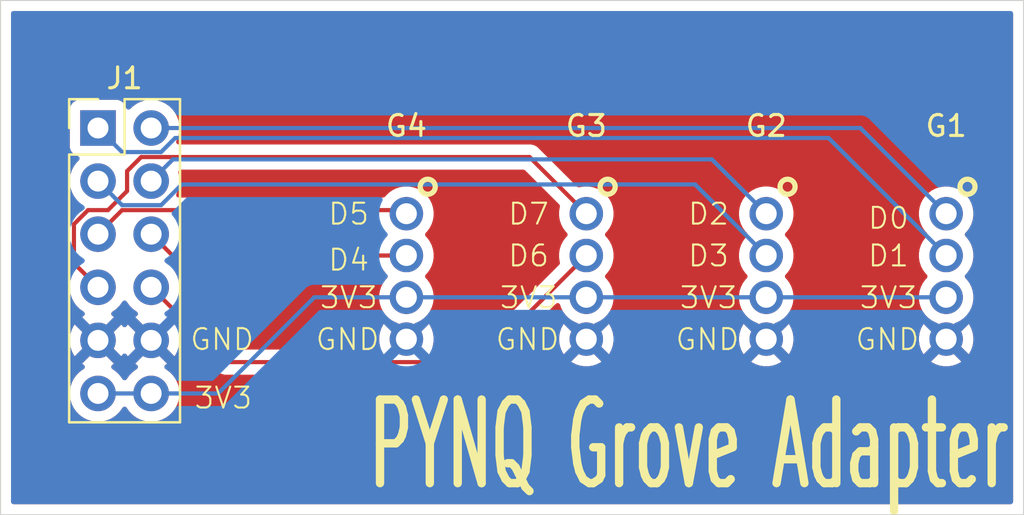
<source format=kicad_pcb>
(kicad_pcb (version 20241229) (generator "pcbnew") (generator_version "9.0")
  (layers (0 "F.Cu" signal) (2 "B.Cu" signal) (13 "F.Paste" user) (15 "B.Paste" user) (5 "F.SilkS" user "F.Silkscreen") (7 "B.SilkS" user "B.Silkscreen") (1 "F.Mask" user) (3 "B.Mask" user) (25 "Edge.Cuts" user))
  (net 0 "")
  (net 1 "+3.3V")
  (net 2 "GND")
  (net 3 "D0")
  (net 4 "D1")
  (net 5 "D2")
  (net 6 "D3")
  (net 7 "D5")
  (net 8 "D4")
  (net 9 "D6")
  (net 10 "D7")
  (footprint "easyeda2kicad:CONN-TH_B4B-PH-K-S" (layer "F.Cu") (at 197.4 73.4 90)
    (property "Reference" "G1" (at 7.2 0 180) (layer "F.SilkS"))
    (property "Value" "B4B-PH-K-S(LF)(SN)" (hide yes))
    (fp_circle (center 4.29 1.02) (end 4.65 1.02) (stroke (width 0.25)) (fill no) (layer "F.SilkS"))
    (pad "1" thru_hole circle (at 3 0 270) (size 1.6 1.6) (drill 0.999998) (layers "*.Cu" "*.Mask") (net 3 "D0"))
    (pad "2" thru_hole circle (at 1 0 270) (size 1.6 1.6) (drill 0.999998) (layers "*.Cu" "*.Mask") (net 4 "D1"))
    (pad "3" thru_hole circle (at -1 0 270) (size 1.6 1.6) (drill 0.999998) (layers "*.Cu" "*.Mask") (net 1 "+3.3V"))
    (pad "4" thru_hole circle (at -3 0 270) (size 1.6 1.6) (drill 0.999998) (layers "*.Cu" "*.Mask") (net 2 "GND"))
  )
  (footprint "easyeda2kicad:CONN-TH_B4B-PH-K-S" (layer "F.Cu") (at 180.2 73.4 90)
    (property "Reference" "G3" (at 7.2 0 180) (layer "F.SilkS"))
    (property "Value" "B4B-PH-K-S(LF)(SN)" (hide yes))
    (fp_circle (center 4.29 1.02) (end 4.65 1.02) (stroke (width 0.25)) (fill no) (layer "F.SilkS"))
    (pad "1" thru_hole circle (at 3 0 270) (size 1.6 1.6) (drill 0.999998) (layers "*.Cu" "*.Mask") (net 10 "D7"))
    (pad "2" thru_hole circle (at 1 0 270) (size 1.6 1.6) (drill 0.999998) (layers "*.Cu" "*.Mask") (net 9 "D6"))
    (pad "3" thru_hole circle (at -1 0 270) (size 1.6 1.6) (drill 0.999998) (layers "*.Cu" "*.Mask") (net 1 "+3.3V"))
    (pad "4" thru_hole circle (at -3 0 270) (size 1.6 1.6) (drill 0.999998) (layers "*.Cu" "*.Mask") (net 2 "GND"))
  )
  (footprint "Connector_PinHeader_2.54mm:PinHeader_2x06_P2.54mm_Vertical" (layer "F.Cu") (at 156.86 66.3)
    (property "Reference" "J1" (at 1.27 -2.38 0) (layer "F.SilkS"))
    (property "Value" "Conn_02x06_Top_Bottom" (hide yes))
    (fp_line (start -1.38 -1.38) (end 0 -1.38) (stroke (width 0.12)) (layer "F.SilkS"))
    (fp_line (start -1.38 0) (end -1.38 -1.38) (stroke (width 0.12)) (layer "F.SilkS"))
    (fp_line (start -1.38 1.27) (end -1.38 14.08) (stroke (width 0.12)) (layer "F.SilkS"))
    (fp_line (start -1.38 1.27) (end 1.27 1.27) (stroke (width 0.12)) (layer "F.SilkS"))
    (fp_line (start -1.38 14.08) (end 3.92 14.08) (stroke (width 0.12)) (layer "F.SilkS"))
    (fp_line (start 1.27 -1.38) (end 3.92 -1.38) (stroke (width 0.12)) (layer "F.SilkS"))
    (fp_line (start 1.27 1.27) (end 1.27 -1.38) (stroke (width 0.12)) (layer "F.SilkS"))
    (fp_line (start 3.92 -1.38) (end 3.92 14.08) (stroke (width 0.12)) (layer "F.SilkS"))
    (pad "1" thru_hole rect (at 0 0) (size 1.7 1.7) (drill 1) (layers "*.Cu" "*.Mask") (net 4 "D1"))
    (pad "2" thru_hole circle (at 2.54 0) (size 1.7 1.7) (drill 1) (layers "*.Cu" "*.Mask") (net 3 "D0"))
    (pad "3" thru_hole circle (at 0 2.54) (size 1.7 1.7) (drill 1) (layers "*.Cu" "*.Mask") (net 6 "D3"))
    (pad "4" thru_hole circle (at 2.54 2.54) (size 1.7 1.7) (drill 1) (layers "*.Cu" "*.Mask") (net 5 "D2"))
    (pad "5" thru_hole circle (at 0 5.08) (size 1.7 1.7) (drill 1) (layers "*.Cu" "*.Mask") (net 7 "D5"))
    (pad "6" thru_hole circle (at 2.54 5.08) (size 1.7 1.7) (drill 1) (layers "*.Cu" "*.Mask") (net 8 "D4"))
    (pad "7" thru_hole circle (at 0 7.62) (size 1.7 1.7) (drill 1) (layers "*.Cu" "*.Mask") (net 10 "D7"))
    (pad "8" thru_hole circle (at 2.54 7.62) (size 1.7 1.7) (drill 1) (layers "*.Cu" "*.Mask") (net 9 "D6"))
    (pad "9" thru_hole circle (at 0 10.16) (size 1.7 1.7) (drill 1) (layers "*.Cu" "*.Mask") (net 2 "GND"))
    (pad "10" thru_hole circle (at 2.54 10.16) (size 1.7 1.7) (drill 1) (layers "*.Cu" "*.Mask") (net 2 "GND"))
    (pad "11" thru_hole circle (at 0 12.7) (size 1.7 1.7) (drill 1) (layers "*.Cu" "*.Mask") (net 1 "+3.3V"))
    (pad "12" thru_hole circle (at 2.54 12.7) (size 1.7 1.7) (drill 1) (layers "*.Cu" "*.Mask") (net 1 "+3.3V"))
  )
  (footprint "easyeda2kicad:CONN-TH_B4B-PH-K-S" (layer "F.Cu") (at 188.8 73.4 90)
    (property "Reference" "G2" (at 7.2 0 180) (layer "F.SilkS"))
    (property "Value" "B4B-PH-K-S(LF)(SN)" (hide yes))
    (fp_circle (center 4.29 1.02) (end 4.65 1.02) (stroke (width 0.25)) (fill no) (layer "F.SilkS"))
    (pad "1" thru_hole circle (at 3 0 270) (size 1.6 1.6) (drill 0.999998) (layers "*.Cu" "*.Mask") (net 5 "D2"))
    (pad "2" thru_hole circle (at 1 0 270) (size 1.6 1.6) (drill 0.999998) (layers "*.Cu" "*.Mask") (net 6 "D3"))
    (pad "3" thru_hole circle (at -1 0 270) (size 1.6 1.6) (drill 0.999998) (layers "*.Cu" "*.Mask") (net 1 "+3.3V"))
    (pad "4" thru_hole circle (at -3 0 270) (size 1.6 1.6) (drill 0.999998) (layers "*.Cu" "*.Mask") (net 2 "GND"))
  )
  (footprint "easyeda2kicad:CONN-TH_B4B-PH-K-S" (layer "F.Cu") (at 171.6 73.4 90)
    (property "Reference" "G4" (at 7.2 0 180) (layer "F.SilkS"))
    (property "Value" "B4B-PH-K-S(LF)(SN)" (hide yes))
    (fp_circle (center 4.29 1.02) (end 4.65 1.02) (stroke (width 0.25)) (fill no) (layer "F.SilkS"))
    (pad "1" thru_hole circle (at 3 0 270) (size 1.6 1.6) (drill 0.999998) (layers "*.Cu" "*.Mask") (net 7 "D5"))
    (pad "2" thru_hole circle (at 1 0 270) (size 1.6 1.6) (drill 0.999998) (layers "*.Cu" "*.Mask") (net 8 "D4"))
    (pad "3" thru_hole circle (at -1 0 270) (size 1.6 1.6) (drill 0.999998) (layers "*.Cu" "*.Mask") (net 1 "+3.3V"))
    (pad "4" thru_hole circle (at -3 0 270) (size 1.6 1.6) (drill 0.999998) (layers "*.Cu" "*.Mask") (net 2 "GND"))
  )
  (gr_rect (start 152.2 60.2) (end 201.1 84.8) (stroke (width 0.05)) (fill no) (layer "Edge.Cuts"))
  (gr_text "GND\n" (at 193 77 0) (layer "F.SilkS") (effects (font (size 1 1) (thickness 0.1)) (justify left bottom)))
  (gr_text "GND" (at 175.8 77 0) (layer "F.SilkS") (effects (font (size 1 1) (thickness 0.1)) (justify left bottom)))
  (gr_text "D5\n" (at 167.8 71 0) (layer "F.SilkS") (effects (font (size 1 1) (thickness 0.1)) (justify left bottom)))
  (gr_text "PYNQ Grove Adapter" (at 169.6 83.8 0) (layer "F.SilkS") (effects (font (size 4 2) (thickness 0.4) (bold yes)) (justify left bottom)))
  (gr_text "3V3" (at 184.6 75 0) (layer "F.SilkS") (effects (font (size 1 1) (thickness 0.1)) (justify left bottom)))
  (gr_text "3V3" (at 161.4 79.8 0) (layer "F.SilkS") (effects (font (size 1 1) (thickness 0.1)) (justify left bottom)))
  (gr_text "3V3" (at 176 75 0) (layer "F.SilkS") (effects (font (size 1 1) (thickness 0.1)) (justify left bottom)))
  (gr_text "D1\n" (at 193.6 73 0) (layer "F.SilkS") (effects (font (size 1 1) (thickness 0.1)) (justify left bottom)))
  (gr_text "3V3" (at 167.4 75 0) (layer "F.SilkS") (effects (font (size 1 1) (thickness 0.1)) (justify left bottom)))
  (gr_text "D6\n" (at 176.4 73 0) (layer "F.SilkS") (effects (font (size 1 1) (thickness 0.1)) (justify left bottom)))
  (gr_text "GND" (at 161.2 77 0) (layer "F.SilkS") (effects (font (size 1 1) (thickness 0.1)) (justify left bottom)))
  (gr_text "D4" (at 167.8 73.2 0) (layer "F.SilkS") (effects (font (size 1 1) (thickness 0.1)) (justify left bottom)))
  (gr_text "D0" (at 193.6 71.2 0) (layer "F.SilkS") (effects (font (size 1 1) (thickness 0.1)) (justify left bottom)))
  (gr_text "D3\n" (at 185 73 0) (layer "F.SilkS") (effects (font (size 1 1) (thickness 0.1)) (justify left bottom)))
  (gr_text "D7\n" (at 176.4 71 0) (layer "F.SilkS") (effects (font (size 1 1) (thickness 0.1)) (justify left bottom)))
  (gr_text "GND" (at 167.2 77 0) (layer "F.SilkS") (effects (font (size 1 1) (thickness 0.1)) (justify left bottom)))
  (gr_text "3V3" (at 193.2 75 0) (layer "F.SilkS") (effects (font (size 1 1) (thickness 0.1)) (justify left bottom)))
  (gr_text "GND" (at 184.4 77 0) (layer "F.SilkS") (effects (font (size 1 1) (thickness 0.1)) (justify left bottom)))
  (gr_text "D2\n" (at 185 71 0) (layer "F.SilkS") (effects (font (size 1 1) (thickness 0.1)) (justify left bottom)))
  (segment (start 167.2 74.4) (end 171.6 74.4) (width 0.2) (layer "B.Cu") (net 1))
  (segment (start 162.6 79) (end 167.2 74.4) (width 0.2) (layer "B.Cu") (net 1))
  (segment (start 156.86 79) (end 162.6 79) (width 0.2) (layer "B.Cu") (net 1))
  (segment (start 197.4 74.4) (end 171.6 74.4) (width 0.2) (layer "B.Cu") (net 1))
  (segment (start 159.4 66.3) (end 193.3 66.3) (width 0.2) (layer "B.Cu") (net 3))
  (segment (start 193.3 66.3) (end 197.4 70.4) (width 0.2) (layer "B.Cu") (net 3))
  (segment (start 158.011 67.451) (end 159.87676 67.451) (width 0.2) (layer "B.Cu") (net 4))
  (segment (start 160.551 66.77676) (end 191.77676 66.77676) (width 0.2) (layer "B.Cu") (net 4))
  (segment (start 156.86 66.3) (end 158.011 67.451) (width 0.2) (layer "B.Cu") (net 4))
  (segment (start 159.87676 67.451) (end 160.551 66.77676) (width 0.2) (layer "B.Cu") (net 4))
  (segment (start 191.77676 66.77676) (end 197.4 72.4) (width 0.2) (layer "B.Cu") (net 4))
  (segment (start 186.2 67.8) (end 188.8 70.4) (width 0.2) (layer "B.Cu") (net 5))
  (segment (start 159.4 68.84) (end 160.44 67.8) (width 0.2) (layer "B.Cu") (net 5))
  (segment (start 160.44 67.8) (end 186.2 67.8) (width 0.2) (layer "B.Cu") (net 5))
  (segment (start 188.8 72.4) (end 185.4 69) (width 0.2) (layer "B.Cu") (net 6))
  (segment (start 160.86776 69) (end 159.87676 69.991) (width 0.2) (layer "B.Cu") (net 6))
  (segment (start 159.87676 69.991) (end 158.011 69.991) (width 0.2) (layer "B.Cu") (net 6))
  (segment (start 185.4 69) (end 160.86776 69) (width 0.2) (layer "B.Cu") (net 6))
  (segment (start 158.011 69.991) (end 156.86 68.84) (width 0.2) (layer "B.Cu") (net 6))
  (segment (start 158.011 70.229) (end 171.429 70.229) (width 0.2) (layer "F.Cu") (net 7))
  (segment (start 171.429 70.229) (end 171.6 70.4) (width 0.2) (layer "F.Cu") (net 7))
  (segment (start 156.86 71.38) (end 158.011 70.229) (width 0.2) (layer "F.Cu") (net 7))
  (segment (start 159.4 71.38) (end 160.42 72.4) (width 0.2) (layer "F.Cu") (net 8))
  (segment (start 160.42 72.4) (end 171.6 72.4) (width 0.2) (layer "F.Cu") (net 8))
  (segment (start 171.469 72.531) (end 171.6 72.4) (width 0.2) (layer "F.Cu") (net 8))
  (segment (start 162.981 77.501) (end 175.099 77.501) (width 0.2) (layer "F.Cu") (net 9))
  (segment (start 175.099 77.501) (end 180.2 72.4) (width 0.2) (layer "F.Cu") (net 9))
  (segment (start 159.4 73.92) (end 162.981 77.501) (width 0.2) (layer "F.Cu") (net 9))
  (segment (start 159.4 73.92) (end 158.72576 73.92) (width 0.2) (layer "F.Cu") (net 9))
  (segment (start 158.249 69.31676) (end 158.249 68.36324) (width 0.2) (layer "F.Cu") (net 10))
  (segment (start 156.38324 70.229) (end 157.33676 70.229) (width 0.2) (layer "F.Cu") (net 10))
  (segment (start 158.92324 67.689) (end 177.489 67.689) (width 0.2) (layer "F.Cu") (net 10))
  (segment (start 157.33676 70.229) (end 158.249 69.31676) (width 0.2) (layer "F.Cu") (net 10))
  (segment (start 155.709 72.769) (end 155.709 70.90324) (width 0.2) (layer "F.Cu") (net 10))
  (segment (start 158.249 68.36324) (end 158.92324 67.689) (width 0.2) (layer "F.Cu") (net 10))
  (segment (start 177.489 67.689) (end 180.2 70.4) (width 0.2) (layer "F.Cu") (net 10))
  (segment (start 155.709 70.90324) (end 156.38324 70.229) (width 0.2) (layer "F.Cu") (net 10))
  (segment (start 156.86 73.92) (end 155.709 72.769) (width 0.2) (layer "F.Cu") (net 10))
  (zone (net 2) (net_name "GND") (layers "F.Cu" "B.Cu") (connect_pads (clearance 0.5)) (min_thickness 0.25) (fill yes (thermal_gap 0.5) (thermal_bridge_width 0.5))
    (polygon (pts (xy 152.2 60.2) (xy 152.2 84.8) (xy 201.1 84.8) (xy 201.1 60.2)))
  )
)
</source>
